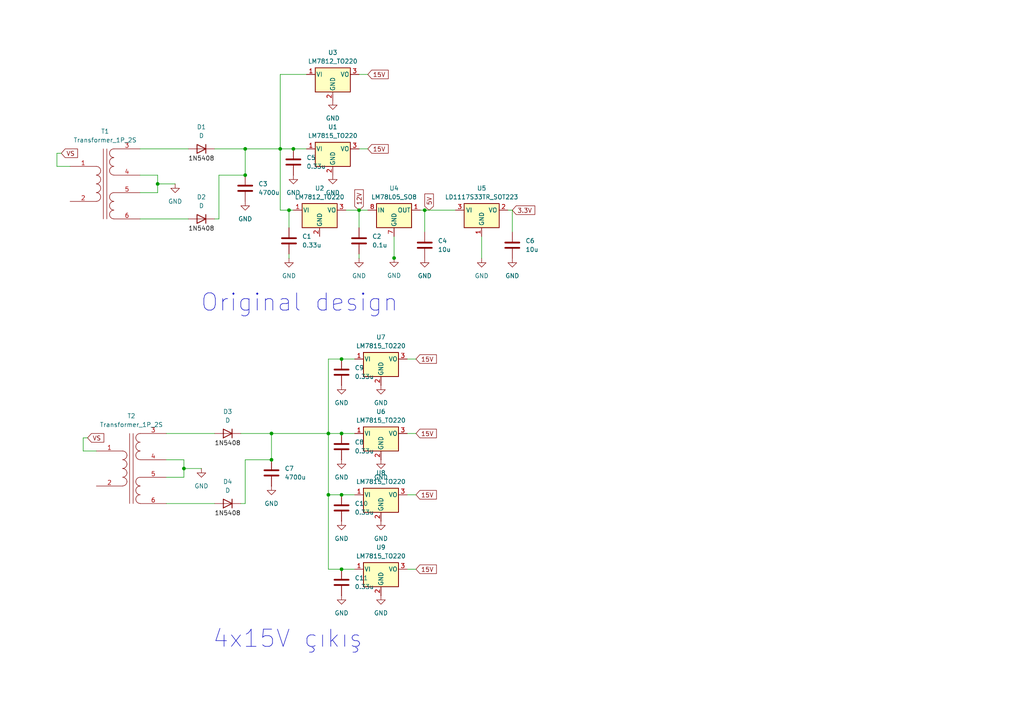
<source format=kicad_sch>
(kicad_sch (version 20250114) (generator "eeschema") (generator_version "9.0")
  (paper "A4")
  (lib_symbols
    (symbol "Device:C" (pin_numbers (hide yes)) (pin_names (offset 0.254))
      (property "Reference" "C" (at 0.635 2.54 0))
      (property "Value" "C" (at 0.635 -2.54 0))
      (symbol "C_0_1"
        (polyline (pts (xy -2.032 0.762) (xy 2.032 0.762)) (stroke (width 0.508)))
        (polyline (pts (xy -2.032 -0.762) (xy 2.032 -0.762)) (stroke (width 0.508)))
      )
      (symbol "C_1_1"
        (pin passive line (at 0 3.81 270) (length 2.794) (name "~") (number "1"))
        (pin passive line (at 0 -3.81 90) (length 2.794) (name "~") (number "2"))
      )
    )
    (symbol "Device:D" (pin_numbers (hide yes)) (pin_names (offset 1.016) (hide yes))
      (property "Reference" "D" (at 0 2.54 0))
      (property "Value" "D" (at 0 -2.54 0))
      (symbol "D_0_1"
        (polyline (pts (xy -1.27 1.27) (xy -1.27 -1.27)) (stroke (width 0.254)))
        (polyline (pts (xy 1.27 1.27) (xy 1.27 -1.27) (xy -1.27 0) (xy 1.27 1.27)) (stroke (width 0.254)))
        (polyline (pts (xy 1.27 0) (xy -1.27 0)))
      )
      (symbol "D_1_1"
        (pin passive line (at -3.81 0 0) (length 2.54) (name "K") (number "1"))
        (pin passive line (at 3.81 0 180) (length 2.54) (name "A") (number "2"))
      )
    )
    (symbol "Device:Transformer_1P_2S" (pin_names (offset 1.016) (hide yes))
      (property "Reference" "T" (at 0 12.7 0))
      (property "Value" "Transformer_1P_2S" (at 0 -12.7 0))
      (symbol "Transformer_1P_2S_0_1"
        (arc (start -1.27 3.81) (mid -1.656 2.9336) (end -2.54 2.5654))
        (arc (start -1.27 1.27) (mid -1.656 0.3936) (end -2.54 0.0254))
        (arc (start -1.27 -1.27) (mid -1.656 -2.1464) (end -2.54 -2.5146))
        (arc (start -1.27 -3.81) (mid -1.656 -4.6864) (end -2.54 -5.0546))
        (arc (start -2.54 5.08) (mid -1.642 4.708) (end -1.27 3.81))
        (arc (start -2.54 2.54) (mid -1.642 2.168) (end -1.27 1.27))
        (arc (start -2.54 0) (mid -1.642 -0.372) (end -1.27 -1.27))
        (arc (start -2.54 -2.54) (mid -1.642 -2.912) (end -1.27 -3.81))
        (polyline (pts (xy -0.508 -10.16) (xy -0.508 10.16)))
        (polyline (pts (xy 0.508 10.16) (xy 0.508 -10.16)))
        (arc (start 1.2954 8.89) (mid 1.6457 9.7917) (end 2.54 10.16))
        (arc (start 1.2954 6.35) (mid 1.6457 7.2517) (end 2.54 7.62))
        (arc (start 1.2954 3.81) (mid 1.6457 4.7117) (end 2.54 5.08))
        (arc (start 1.2954 -3.81) (mid 1.6457 -2.9083) (end 2.54 -2.54))
        (arc (start 1.2954 -6.35) (mid 1.6457 -5.4483) (end 2.54 -5.08))
        (arc (start 1.2954 -8.89) (mid 1.6457 -7.9883) (end 2.54 -7.62))
        (arc (start 2.54 7.6454) (mid 1.6599 8.0099) (end 1.2954 8.89))
        (arc (start 2.54 5.1054) (mid 1.6599 5.4699) (end 1.2954 6.35))
        (arc (start 2.54 2.5654) (mid 1.6599 2.9299) (end 1.2954 3.81))
        (arc (start 2.54 -5.0546) (mid 1.6599 -4.6901) (end 1.2954 -3.81))
        (arc (start 2.54 -7.5946) (mid 1.6599 -7.2301) (end 1.2954 -6.35))
        (arc (start 2.54 -10.1346) (mid 1.6599 -9.7701) (end 1.2954 -8.89))
      )
      (symbol "Transformer_1P_2S_1_1"
        (pin passive line (at -10.16 5.08 0) (length 7.62) (name "AA") (number "1"))
        (pin passive line (at -10.16 -5.08 0) (length 7.62) (name "AB") (number "2"))
        (pin passive line (at 10.16 10.16 180) (length 7.62) (name "SA") (number "3"))
        (pin passive line (at 10.16 2.54 180) (length 7.62) (name "SB") (number "4"))
        (pin passive line (at 10.16 -2.54 180) (length 7.62) (name "SC") (number "5"))
        (pin passive line (at 10.16 -10.16 180) (length 7.62) (name "SD") (number "6"))
      )
    )
    (symbol "Regulator_Linear:LD1117S33TR_SOT223"
      (property "Reference" "U" (at -3.81 3.175 0))
      (property "Value" "LD1117S33TR_SOT223" (at 0 3.175 0))
      (symbol "LD1117S33TR_SOT223_0_1"
        (rectangle (start -5.08 -5.08) (end 5.08 1.905) (stroke (width 0.254)) (fill (type background)))
      )
      (symbol "LD1117S33TR_SOT223_1_1"
        (pin power_in line (at -7.62 0 0) (length 2.54) (name "VI") (number "3"))
        (pin power_in line (at 0 -7.62 90) (length 2.54) (name "GND") (number "1"))
        (pin power_out line (at 7.62 0 180) (length 2.54) (name "VO") (number "2"))
      )
    )
    (symbol "Regulator_Linear:LM7812_TO220" (pin_names (offset 0.254))
      (property "Reference" "U" (at -3.81 3.175 0))
      (property "Value" "LM7812_TO220" (at 0 3.175 0))
      (symbol "LM7812_TO220_0_1"
        (rectangle (start -5.08 1.905) (end 5.08 -5.08) (stroke (width 0.254)) (fill (type background)))
      )
      (symbol "LM7812_TO220_1_1"
        (pin power_in line (at -7.62 0 0) (length 2.54) (name "VI") (number "1"))
        (pin power_in line (at 0 -7.62 90) (length 2.54) (name "GND") (number "2"))
        (pin power_out line (at 7.62 0 180) (length 2.54) (name "VO") (number "3"))
      )
    )
    (symbol "Regulator_Linear:LM7815_TO220" (pin_names (offset 0.254))
      (property "Reference" "U" (at -3.81 3.175 0))
      (property "Value" "LM7815_TO220" (at 0 3.175 0))
      (symbol "LM7815_TO220_0_1"
        (rectangle (start -5.08 1.905) (end 5.08 -5.08) (stroke (width 0.254)) (fill (type background)))
      )
      (symbol "LM7815_TO220_1_1"
        (pin power_in line (at -7.62 0 0) (length 2.54) (name "VI") (number "1"))
        (pin power_in line (at 0 -7.62 90) (length 2.54) (name "GND") (number "2"))
        (pin power_out line (at 7.62 0 180) (length 2.54) (name "VO") (number "3"))
      )
    )
    (symbol "Regulator_Linear:LM78L05_SO8" (pin_names (offset 0.254))
      (property "Reference" "U" (at -3.81 3.175 0))
      (property "Value" "LM78L05_SO8" (at 0 3.175 0))
      (symbol "LM78L05_SO8_0_1"
        (rectangle (start -5.08 1.905) (end 5.08 -5.08) (stroke (width 0.254)) (fill (type background)))
      )
      (symbol "LM78L05_SO8_1_1"
        (pin power_in line (at -7.62 0 0) (length 2.54) (name "IN") (number "8"))
        (pin no_connect line (at -5.08 -2.54 0) (length 2.54) (hide yes) (name "NC") (number "4"))
        (pin passive line (at 0 -7.62 90) (length 2.54) (hide yes) (name "GND") (number "2"))
        (pin passive line (at 0 -7.62 90) (length 2.54) (hide yes) (name "GND") (number "3"))
        (pin passive line (at 0 -7.62 90) (length 2.54) (hide yes) (name "GND") (number "6"))
        (pin power_in line (at 0 -7.62 90) (length 2.54) (name "GND") (number "7"))
        (pin no_connect line (at 5.08 -2.54 180) (length 2.54) (hide yes) (name "NC") (number "5"))
        (pin power_out line (at 7.62 0 180) (length 2.54) (name "OUT") (number "1"))
      )
    )
    (symbol "power:GND" (power) (pin_numbers (hide yes)) (pin_names (offset 0) (hide yes))
      (property "Value" "GND" (at 0 -3.81 0))
      (symbol "GND_0_1"
        (polyline (pts (xy 0 0) (xy 0 -1.27) (xy 1.27 -1.27) (xy 0 -2.54) (xy -1.27 -1.27) (xy 0 -1.27)))
      )
      (symbol "GND_1_1"
        (pin power_in line (at 0 0 270) (length 0) (name "~") (number "1"))
      )
    )
  )
  (text "4x15V çıkış " (at 85.344 185.42 0) (effects (font (size 5 5))))
  (text "Original design\n" (at 86.868 87.884 0) (effects (font (size 5 5))))
  (junction (at 95.25 125.73))
  (junction (at 99.06 143.51))
  (junction (at 114.3 74.8421))
  (junction (at 99.06 165.1))
  (junction (at 78.74 125.73))
  (junction (at 71.12 43.18))
  (junction (at 78.74 133.35))
  (junction (at 83.82 60.96))
  (junction (at 104.14 60.96))
  (junction (at 99.06 125.73))
  (junction (at 85.09 43.18))
  (junction (at 95.25 143.51))
  (junction (at 123.19 60.96))
  (junction (at 45.72 53.34))
  (junction (at 53.34 135.89))
  (junction (at 71.12 50.8))
  (junction (at 81.28 43.18))
  (junction (at 99.06 104.14))
  (wire (pts (xy 78.74 125.73) (xy 95.25 125.73)))
  (wire (pts (xy 16.51 44.45) (xy 16.51 48.26)))
  (wire (pts (xy 62.23 63.5) (xy 63.5 63.5)))
  (wire (pts (xy 71.12 43.18) (xy 81.28 43.18)))
  (wire (pts (xy 114.3 74.8421) (xy 114.3 74.93)))
  (wire (pts (xy 104.14 60.96) (xy 104.14 66.04)))
  (wire (pts (xy 71.12 133.35) (xy 71.12 146.05)))
  (wire (pts (xy 53.34 138.43) (xy 48.26 138.43)))
  (wire (pts (xy 81.28 43.18) (xy 85.09 43.18)))
  (wire (pts (xy 53.34 133.35) (xy 53.34 135.89)))
  (wire (pts (xy 48.26 125.73) (xy 62.23 125.73)))
  (wire (pts (xy 95.25 143.51) (xy 99.06 143.51)))
  (wire (pts (xy 85.09 60.96) (xy 83.82 60.96)))
  (wire (pts (xy 24.13 127) (xy 24.13 130.81)))
  (wire (pts (xy 118.11 165.1) (xy 120.65 165.1)))
  (wire (pts (xy 63.5 50.8) (xy 63.5 63.5)))
  (wire (pts (xy 69.85 125.73) (xy 78.74 125.73)))
  (wire (pts (xy 45.72 53.34) (xy 50.8 53.34)))
  (wire (pts (xy 48.26 133.35) (xy 53.34 133.35)))
  (wire (pts (xy 40.64 50.8) (xy 45.72 50.8)))
  (wire (pts (xy 99.06 165.1) (xy 102.87 165.1)))
  (wire (pts (xy 25.4 127) (xy 24.13 127)))
  (wire (pts (xy 69.85 146.05) (xy 71.12 146.05)))
  (wire (pts (xy 104.14 43.18) (xy 106.68 43.18)))
  (wire (pts (xy 95.25 104.14) (xy 99.06 104.14)))
  (wire (pts (xy 95.25 125.73) (xy 95.25 143.51)))
  (wire (pts (xy 121.92 60.96) (xy 123.19 60.96)))
  (wire (pts (xy 63.5 50.8) (xy 71.12 50.8)))
  (wire (pts (xy 123.19 60.96) (xy 123.19 67.31)))
  (wire (pts (xy 99.06 104.14) (xy 102.87 104.14)))
  (wire (pts (xy 53.34 135.89) (xy 53.34 138.43)))
  (wire (pts (xy 81.28 21.59) (xy 88.9 21.59)))
  (wire (pts (xy 118.11 143.51) (xy 120.65 143.51)))
  (wire (pts (xy 24.13 130.81) (xy 27.94 130.81)))
  (wire (pts (xy 114.3 68.58) (xy 114.3 74.8421)))
  (wire (pts (xy 148.59 60.96) (xy 148.59 67.31)))
  (wire (pts (xy 45.72 50.8) (xy 45.72 53.34)))
  (wire (pts (xy 95.25 125.73) (xy 95.25 104.14)))
  (wire (pts (xy 95.25 143.51) (xy 95.25 165.1)))
  (wire (pts (xy 40.64 63.5) (xy 54.61 63.5)))
  (wire (pts (xy 118.11 125.73) (xy 120.65 125.73)))
  (wire (pts (xy 62.23 43.18) (xy 71.12 43.18)))
  (wire (pts (xy 95.25 125.73) (xy 99.06 125.73)))
  (wire (pts (xy 104.14 60.96) (xy 106.68 60.96)))
  (wire (pts (xy 45.72 55.88) (xy 40.64 55.88)))
  (wire (pts (xy 118.11 104.14) (xy 120.65 104.14)))
  (wire (pts (xy 99.06 125.73) (xy 102.87 125.73)))
  (wire (pts (xy 71.12 43.18) (xy 71.12 50.8)))
  (wire (pts (xy 123.19 60.96) (xy 132.08 60.96)))
  (wire (pts (xy 100.33 60.96) (xy 104.14 60.96)))
  (wire (pts (xy 17.78 44.45) (xy 16.51 44.45)))
  (wire (pts (xy 40.64 43.18) (xy 54.61 43.18)))
  (wire (pts (xy 81.28 43.18) (xy 81.28 21.59)))
  (wire (pts (xy 85.09 43.18) (xy 88.9 43.18)))
  (wire (pts (xy 45.72 53.34) (xy 45.72 55.88)))
  (wire (pts (xy 95.25 165.1) (xy 99.06 165.1)))
  (wire (pts (xy 83.82 60.96) (xy 83.82 66.04)))
  (wire (pts (xy 78.74 125.73) (xy 78.74 133.35)))
  (wire (pts (xy 104.14 73.66) (xy 104.14 74.93)))
  (wire (pts (xy 53.34 135.89) (xy 58.42 135.89)))
  (wire (pts (xy 147.32 60.96) (xy 148.59 60.96)))
  (wire (pts (xy 83.82 60.96) (xy 81.28 60.96)))
  (wire (pts (xy 104.14 21.59) (xy 106.68 21.59)))
  (wire (pts (xy 48.26 146.05) (xy 62.23 146.05)))
  (wire (pts (xy 81.28 43.18) (xy 81.28 60.96)))
  (wire (pts (xy 99.06 143.51) (xy 102.87 143.51)))
  (wire (pts (xy 139.7 68.58) (xy 139.7 74.93)))
  (wire (pts (xy 71.12 133.35) (xy 78.74 133.35)))
  (wire (pts (xy 16.51 48.26) (xy 20.32 48.26)))
  (wire (pts (xy 83.82 73.66) (xy 83.82 74.93)))
  (label "1N5408" (at 62.23 129.54 0))
  (label "1N5408" (at 54.61 46.99 0))
  (label "1N5408" (at 54.61 67.31 0))
  (label "1N5408" (at 62.23 149.86 0))
  (global_label "VS" (shape input) (at 25.4 127 0) (property "Intersheetrefs" "${INTERSHEET_REFS}" (effects (hide yes))))
  (global_label "12V" (shape input) (at 104.14 60.96 90) (property "Intersheetrefs" "${INTERSHEET_REFS}" (effects (hide yes))))
  (global_label "5V" (shape input) (at 124.46 60.96 90) (property "Intersheetrefs" "${INTERSHEET_REFS}" (effects (hide yes))))
  (global_label "15V" (shape input) (at 120.65 104.14 0) (property "Intersheetrefs" "${INTERSHEET_REFS}" (effects (hide yes))))
  (global_label "15V" (shape input) (at 106.68 43.18 0) (property "Intersheetrefs" "${INTERSHEET_REFS}" (effects (hide yes))))
  (global_label "15V" (shape input) (at 120.65 125.73 0) (property "Intersheetrefs" "${INTERSHEET_REFS}" (effects (hide yes))))
  (global_label "3.3V" (shape input) (at 148.59 60.96 0) (property "Intersheetrefs" "${INTERSHEET_REFS}" (effects (hide yes))))
  (global_label "15V" (shape input) (at 106.68 21.59 0) (property "Intersheetrefs" "${INTERSHEET_REFS}" (effects (hide yes))))
  (global_label "VS" (shape input) (at 17.78 44.45 0) (property "Intersheetrefs" "${INTERSHEET_REFS}" (effects (hide yes))))
  (global_label "15V" (shape input) (at 120.65 143.51 0) (property "Intersheetrefs" "${INTERSHEET_REFS}" (effects (hide yes))))
  (global_label "15V" (shape input) (at 120.65 165.1 0) (property "Intersheetrefs" "${INTERSHEET_REFS}" (effects (hide yes))))
  (symbol (lib_id "Regulator_Linear:LM7812_TO220") (at 96.52 21.59 0) (unit 1)
    (property "Reference" "U3" (at 96.52 15.24 0))
    (property "Value" "LM7812_TO220" (at 96.52 17.78 0))
    (property "Footprint" "Package_TO_SOT_THT:TO-220-3_Vertical" (effects (hide yes)))
    (property "Datasheet" "https://www.onsemi.cn/PowerSolutions/document/MC7800-D.PDF" (effects (hide yes)))
    (property "Description" "Positive 1A 35V Linear Regulator, Fixed Output 12V, TO-220" (effects (hide yes)))
  )
  (symbol (lib_id "power:GND") (at 99.06 151.13 0) (unit 1)
    (property "Reference" "#PWR018" (effects (hide yes)))
    (property "Value" "GND" (at 99.06 156.21 0))
    (property "Description" "Power symbol creates a global label with name \"GND\" , ground" (effects (hide yes)))
  )
  (symbol (lib_id "power:GND") (at 85.09 50.8 0) (unit 1)
    (property "Reference" "#PWR03" (effects (hide yes)))
    (property "Value" "GND" (at 85.09 55.88 0))
    (property "Description" "Power symbol creates a global label with name \"GND\" , ground" (effects (hide yes)))
  )
  (symbol (lib_id "Regulator_Linear:LM7815_TO220") (at 110.49 143.51 0) (unit 1)
    (property "Reference" "U8" (at 110.49 137.16 0))
    (property "Value" "LM7815_TO220" (at 110.49 139.7 0))
    (property "Footprint" "Package_TO_SOT_THT:TO-220-3_Vertical" (effects (hide yes)))
    (property "Datasheet" "https://www.onsemi.cn/PowerSolutions/document/MC7800-D.PDF" (effects (hide yes)))
    (property "Description" "Positive 1A 35V Linear Regulator, Fixed Output 15V, TO-220" (effects (hide yes)))
  )
  (symbol (lib_id "power:GND") (at 71.12 58.42 0) (unit 1)
    (property "Reference" "#PWR01" (effects (hide yes)))
    (property "Value" "GND" (at 71.12 63.5 0))
    (property "Description" "Power symbol creates a global label with name \"GND\" , ground" (effects (hide yes)))
  )
  (symbol (lib_id "power:GND") (at 110.49 151.13 0) (unit 1)
    (property "Reference" "#PWR019" (effects (hide yes)))
    (property "Value" "GND" (at 110.49 156.21 0))
    (property "Description" "Power symbol creates a global label with name \"GND\" , ground" (effects (hide yes)))
  )
  (symbol (lib_id "Device:C") (at 99.06 129.54 0) (unit 1)
    (property "Reference" "C8" (at 102.87 128.2699 0) (effects (justify left)))
    (property "Value" "0.33u" (at 102.87 130.8099 0) (effects (justify left)))
    (property "Description" "Unpolarized capacitor" (effects (hide yes)))
  )
  (symbol (lib_id "Device:D") (at 58.42 63.5 180) (unit 1)
    (property "Reference" "D2" (at 58.42 57.15 0))
    (property "Value" "D" (at 58.42 59.69 0))
    (property "Footprint" "Diode_THT:D_DO-35_SOD27_P10.16mm_Horizontal" (effects (hide yes)))
    (property "Description" "Diode" (effects (hide yes)))
    (property "Sim.Device" "D" (effects (hide yes)))
    (property "Sim.Pins" "1=K 2=A" (effects (hide yes)))
  )
  (symbol (lib_id "power:GND") (at 104.14 74.93 0) (unit 1)
    (property "Reference" "#PWR05" (effects (hide yes)))
    (property "Value" "GND" (at 104.14 80.01 0))
    (property "Description" "Power symbol creates a global label with name \"GND\" , ground" (effects (hide yes)))
  )
  (symbol (lib_id "power:GND") (at 96.52 29.21 0) (unit 1)
    (property "Reference" "#PWR011" (effects (hide yes)))
    (property "Value" "GND" (at 96.52 34.29 0))
    (property "Description" "Power symbol creates a global label with name \"GND\" , ground" (effects (hide yes)))
  )
  (symbol (lib_id "Regulator_Linear:LM7812_TO220") (at 92.71 60.96 0) (unit 1)
    (property "Reference" "U2" (at 92.71 54.61 0))
    (property "Value" "LM7812_TO220" (at 92.71 57.15 0))
    (property "Footprint" "Package_TO_SOT_THT:TO-220-3_Vertical" (effects (hide yes)))
    (property "Datasheet" "https://www.onsemi.cn/PowerSolutions/document/MC7800-D.PDF" (effects (hide yes)))
    (property "Description" "Positive 1A 35V Linear Regulator, Fixed Output 12V, TO-220" (effects (hide yes)))
  )
  (symbol (lib_id "power:GND") (at 99.06 133.35 0) (unit 1)
    (property "Reference" "#PWR014" (effects (hide yes)))
    (property "Value" "GND" (at 99.06 138.43 0))
    (property "Description" "Power symbol creates a global label with name \"GND\" , ground" (effects (hide yes)))
  )
  (symbol (lib_id "Device:C") (at 99.06 147.32 0) (unit 1)
    (property "Reference" "C10" (at 102.87 146.0499 0) (effects (justify left)))
    (property "Value" "0.33u" (at 102.87 148.5899 0) (effects (justify left)))
    (property "Description" "Unpolarized capacitor" (effects (hide yes)))
  )
  (symbol (lib_id "power:GND") (at 139.7 74.93 0) (unit 1)
    (property "Reference" "#PWR08" (effects (hide yes)))
    (property "Value" "GND" (at 139.7 80.01 0))
    (property "Description" "Power symbol creates a global label with name \"GND\" , ground" (effects (hide yes)))
  )
  (symbol (lib_id "Regulator_Linear:LM7815_TO220") (at 96.52 43.18 0) (unit 1)
    (property "Reference" "U1" (at 96.52 36.83 0))
    (property "Value" "LM7815_TO220" (at 96.52 39.37 0))
    (property "Footprint" "Package_TO_SOT_THT:TO-220-3_Vertical" (effects (hide yes)))
    (property "Datasheet" "https://www.onsemi.cn/PowerSolutions/document/MC7800-D.PDF" (effects (hide yes)))
    (property "Description" "Positive 1A 35V Linear Regulator, Fixed Output 15V, TO-220" (effects (hide yes)))
  )
  (symbol (lib_id "power:GND") (at 78.74 140.97 0) (unit 1)
    (property "Reference" "#PWR013" (effects (hide yes)))
    (property "Value" "GND" (at 78.74 146.05 0))
    (property "Description" "Power symbol creates a global label with name \"GND\" , ground" (effects (hide yes)))
  )
  (symbol (lib_id "Device:C") (at 71.12 54.61 0) (unit 1)
    (property "Reference" "C3" (at 74.93 53.3399 0) (effects (justify left)))
    (property "Value" "4700u" (at 74.93 55.8799 0) (effects (justify left)))
    (property "Description" "Unpolarized capacitor" (effects (hide yes)))
  )
  (symbol (lib_id "Device:Transformer_1P_2S") (at 38.1 135.89 0) (unit 1)
    (property "Reference" "T2" (at 38.1 120.65 0))
    (property "Value" "Transformer_1P_2S" (at 38.1 123.19 0))
    (property "Description" "Transformer, single primary, dual secondary" (effects (hide yes)))
  )
  (symbol (lib_id "Device:D") (at 66.04 125.73 180) (unit 1)
    (property "Reference" "D3" (at 66.04 119.38 0))
    (property "Value" "D" (at 66.04 121.92 0))
    (property "Footprint" "Diode_THT:D_DO-35_SOD27_P10.16mm_Horizontal" (effects (hide yes)))
    (property "Description" "Diode" (effects (hide yes)))
    (property "Sim.Device" "D" (effects (hide yes)))
    (property "Sim.Pins" "1=K 2=A" (effects (hide yes)))
  )
  (symbol (lib_id "Device:C") (at 85.09 46.99 0) (unit 1)
    (property "Reference" "C5" (at 88.9 45.7199 0) (effects (justify left)))
    (property "Value" "0.33u" (at 88.9 48.2599 0) (effects (justify left)))
    (property "Description" "Unpolarized capacitor" (effects (hide yes)))
  )
  (symbol (lib_id "Device:C") (at 104.14 69.85 0) (unit 1)
    (property "Reference" "C2" (at 107.95 68.5799 0) (effects (justify left)))
    (property "Value" "0.1u" (at 107.95 71.1199 0) (effects (justify left)))
    (property "Description" "Unpolarized capacitor" (effects (hide yes)))
  )
  (symbol (lib_id "power:GND") (at 58.42 135.89 0) (unit 1)
    (property "Reference" "#PWR012" (effects (hide yes)))
    (property "Value" "GND" (at 58.42 140.97 0))
    (property "Description" "Power symbol creates a global label with name \"GND\" , ground" (effects (hide yes)))
  )
  (symbol (lib_id "Device:C") (at 123.19 71.12 0) (unit 1)
    (property "Reference" "C4" (at 127 69.8499 0) (effects (justify left)))
    (property "Value" "10u" (at 127 72.3899 0) (effects (justify left)))
    (property "Description" "Unpolarized capacitor" (effects (hide yes)))
  )
  (symbol (lib_id "power:GND") (at 96.52 50.8 0) (unit 1)
    (property "Reference" "#PWR010" (effects (hide yes)))
    (property "Value" "GND" (at 96.52 55.88 0))
    (property "Description" "Power symbol creates a global label with name \"GND\" , ground" (effects (hide yes)))
  )
  (symbol (lib_id "power:GND") (at 99.06 172.72 0) (unit 1)
    (property "Reference" "#PWR020" (effects (hide yes)))
    (property "Value" "GND" (at 99.06 177.8 0))
    (property "Description" "Power symbol creates a global label with name \"GND\" , ground" (effects (hide yes)))
  )
  (symbol (lib_id "power:GND") (at 110.49 133.35 0) (unit 1)
    (property "Reference" "#PWR015" (effects (hide yes)))
    (property "Value" "GND" (at 110.49 138.43 0))
    (property "Description" "Power symbol creates a global label with name \"GND\" , ground" (effects (hide yes)))
  )
  (symbol (lib_id "Device:C") (at 78.74 137.16 0) (unit 1)
    (property "Reference" "C7" (at 82.55 135.8899 0) (effects (justify left)))
    (property "Value" "4700u" (at 82.55 138.4299 0) (effects (justify left)))
    (property "Description" "Unpolarized capacitor" (effects (hide yes)))
  )
  (symbol (lib_id "Regulator_Linear:LM7815_TO220") (at 110.49 125.73 0) (unit 1)
    (property "Reference" "U6" (at 110.49 119.38 0))
    (property "Value" "LM7815_TO220" (at 110.49 121.92 0))
    (property "Footprint" "Package_TO_SOT_THT:TO-220-3_Vertical" (effects (hide yes)))
    (property "Datasheet" "https://www.onsemi.cn/PowerSolutions/document/MC7800-D.PDF" (effects (hide yes)))
    (property "Description" "Positive 1A 35V Linear Regulator, Fixed Output 15V, TO-220" (effects (hide yes)))
  )
  (symbol (lib_id "Regulator_Linear:LM78L05_SO8") (at 114.3 60.96 0) (unit 1)
    (property "Reference" "U4" (at 114.3 54.61 0))
    (property "Value" "LM78L05_SO8" (at 114.3 57.15 0))
    (property "Footprint" "Package_SO:SOIC-8_3.9x4.9mm_P1.27mm" (effects (hide yes)))
    (property "Datasheet" "https://www.onsemi.com/pub/Collateral/MC78L06A-D.pdf" (effects (hide yes)))
    (property "Description" "Positive 100mA 30V Linear Regulator, Fixed Output 5V, SO-8" (effects (hide yes)))
  )
  (symbol (lib_id "Device:C") (at 99.06 107.95 0) (unit 1)
    (property "Reference" "C9" (at 102.87 106.6799 0) (effects (justify left)))
    (property "Value" "0.33u" (at 102.87 109.2199 0) (effects (justify left)))
    (property "Description" "Unpolarized capacitor" (effects (hide yes)))
  )
  (symbol (lib_id "power:GND") (at 110.49 172.72 0) (unit 1)
    (property "Reference" "#PWR021" (effects (hide yes)))
    (property "Value" "GND" (at 110.49 177.8 0))
    (property "Description" "Power symbol creates a global label with name \"GND\" , ground" (effects (hide yes)))
  )
  (symbol (lib_id "power:GND") (at 123.19 74.93 0) (unit 1)
    (property "Reference" "#PWR07" (effects (hide yes)))
    (property "Value" "GND" (at 123.19 80.01 0))
    (property "Description" "Power symbol creates a global label with name \"GND\" , ground" (effects (hide yes)))
  )
  (symbol (lib_id "power:GND") (at 99.06 111.76 0) (unit 1)
    (property "Reference" "#PWR016" (effects (hide yes)))
    (property "Value" "GND" (at 99.06 116.84 0))
    (property "Description" "Power symbol creates a global label with name \"GND\" , ground" (effects (hide yes)))
  )
  (symbol (lib_id "Regulator_Linear:LM7815_TO220") (at 110.49 104.14 0) (unit 1)
    (property "Reference" "U7" (at 110.49 97.79 0))
    (property "Value" "LM7815_TO220" (at 110.49 100.33 0))
    (property "Footprint" "Package_TO_SOT_THT:TO-220-3_Vertical" (effects (hide yes)))
    (property "Datasheet" "https://www.onsemi.cn/PowerSolutions/document/MC7800-D.PDF" (effects (hide yes)))
    (property "Description" "Positive 1A 35V Linear Regulator, Fixed Output 15V, TO-220" (effects (hide yes)))
  )
  (symbol (lib_id "power:GND") (at 83.82 74.93 0) (unit 1)
    (property "Reference" "#PWR04" (effects (hide yes)))
    (property "Value" "GND" (at 83.82 80.01 0))
    (property "Description" "Power symbol creates a global label with name \"GND\" , ground" (effects (hide yes)))
  )
  (symbol (lib_id "Regulator_Linear:LD1117S33TR_SOT223") (at 139.7 60.96 0) (unit 1)
    (property "Reference" "U5" (at 139.7 54.61 0))
    (property "Value" "LD1117S33TR_SOT223" (at 139.7 57.15 0))
    (property "Footprint" "Package_TO_SOT_SMD:SOT-223-3_TabPin2" (effects (hide yes)))
    (property "Datasheet" "http://www.st.com/st-web-ui/static/active/en/resource/technical/document/datasheet/CD00000544.pdf" (effects (hide yes)))
    (property "Description" "800mA Fixed Low Drop Positive Voltage Regulator, Fixed Output 3.3V, SOT-223" (effects (hide yes)))
  )
  (symbol (lib_id "Device:C") (at 99.06 168.91 0) (unit 1)
    (property "Reference" "C11" (at 102.87 167.6399 0) (effects (justify left)))
    (property "Value" "0.33u" (at 102.87 170.1799 0) (effects (justify left)))
    (property "Description" "Unpolarized capacitor" (effects (hide yes)))
  )
  (symbol (lib_id "power:GND") (at 148.59 74.93 0) (unit 1)
    (property "Reference" "#PWR09" (effects (hide yes)))
    (property "Value" "GND" (at 148.59 80.01 0))
    (property "Description" "Power symbol creates a global label with name \"GND\" , ground" (effects (hide yes)))
  )
  (symbol (lib_id "Device:C") (at 148.59 71.12 0) (unit 1)
    (property "Reference" "C6" (at 152.4 69.8499 0) (effects (justify left)))
    (property "Value" "10u" (at 152.4 72.3899 0) (effects (justify left)))
    (property "Description" "Unpolarized capacitor" (effects (hide yes)))
  )
  (symbol (lib_id "Device:D") (at 58.42 43.18 180) (unit 1)
    (property "Reference" "D1" (at 58.42 36.83 0))
    (property "Value" "D" (at 58.42 39.37 0))
    (property "Footprint" "Diode_THT:D_DO-35_SOD27_P10.16mm_Horizontal" (effects (hide yes)))
    (property "Description" "Diode" (effects (hide yes)))
    (property "Sim.Device" "D" (effects (hide yes)))
    (property "Sim.Pins" "1=K 2=A" (effects (hide yes)))
  )
  (symbol (lib_id "Device:Transformer_1P_2S") (at 30.48 53.34 0) (unit 1)
    (property "Reference" "T1" (at 30.48 38.1 0))
    (property "Value" "Transformer_1P_2S" (at 30.48 40.64 0))
    (property "Description" "Transformer, single primary, dual secondary" (effects (hide yes)))
  )
  (symbol (lib_id "power:GND") (at 114.3 74.8421 0) (unit 1)
    (property "Reference" "#PWR06" (effects (hide yes)))
    (property "Value" "GND" (at 114.3 79.9221 0))
    (property "Description" "Power symbol creates a global label with name \"GND\" , ground" (effects (hide yes)))
  )
  (symbol (lib_id "power:GND") (at 110.49 111.76 0) (unit 1)
    (property "Reference" "#PWR017" (effects (hide yes)))
    (property "Value" "GND" (at 110.49 116.84 0))
    (property "Description" "Power symbol creates a global label with name \"GND\" , ground" (effects (hide yes)))
  )
  (symbol (lib_id "power:GND") (at 50.8 53.34 0) (unit 1)
    (property "Reference" "#PWR02" (effects (hide yes)))
    (property "Value" "GND" (at 50.8 58.42 0))
    (property "Description" "Power symbol creates a global label with name \"GND\" , ground" (effects (hide yes)))
  )
  (symbol (lib_id "Device:D") (at 66.04 146.05 180) (unit 1)
    (property "Reference" "D4" (at 66.04 139.7 0))
    (property "Value" "D" (at 66.04 142.24 0))
    (property "Footprint" "Diode_THT:D_DO-35_SOD27_P10.16mm_Horizontal" (effects (hide yes)))
    (property "Description" "Diode" (effects (hide yes)))
    (property "Sim.Device" "D" (effects (hide yes)))
    (property "Sim.Pins" "1=K 2=A" (effects (hide yes)))
  )
  (symbol (lib_id "Device:C") (at 83.82 69.85 0) (unit 1)
    (property "Reference" "C1" (at 87.63 68.5799 0) (effects (justify left)))
    (property "Value" "0.33u" (at 87.63 71.1199 0) (effects (justify left)))
    (property "Description" "Unpolarized capacitor" (effects (hide yes)))
  )
  (symbol (lib_id "Regulator_Linear:LM7815_TO220") (at 110.49 165.1 0) (unit 1)
    (property "Reference" "U9" (at 110.49 158.75 0))
    (property "Value" "LM7815_TO220" (at 110.49 161.29 0))
    (property "Footprint" "Package_TO_SOT_THT:TO-220-3_Vertical" (effects (hide yes)))
    (property "Datasheet" "https://www.onsemi.cn/PowerSolutions/document/MC7800-D.PDF" (effects (hide yes)))
    (property "Description" "Positive 1A 35V Linear Regulator, Fixed Output 15V, TO-220" (effects (hide yes)))
  )
)
</source>
